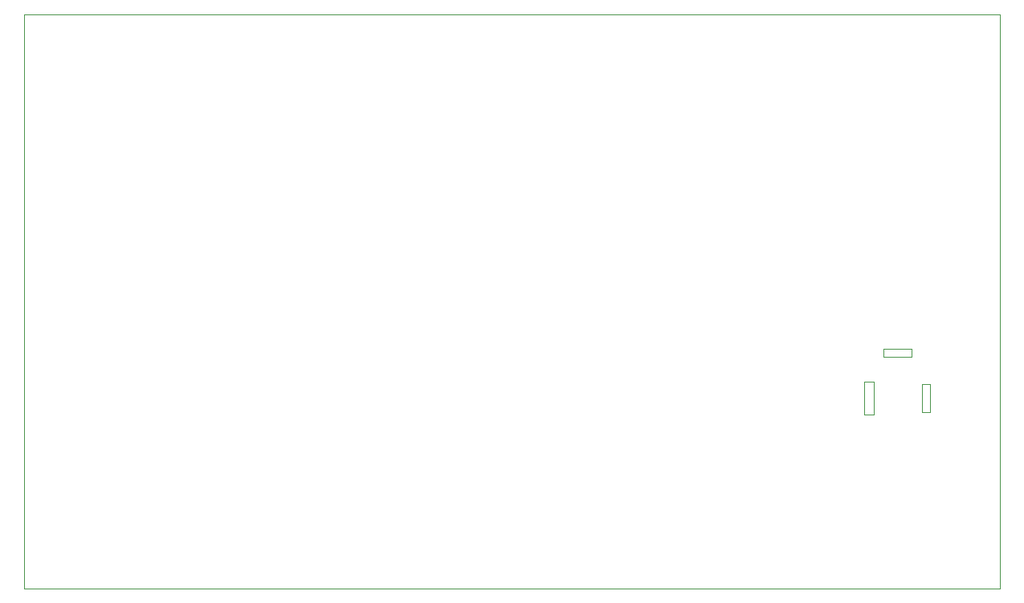
<source format=gko>
G75*
%MOIN*%
%OFA0B0*%
%FSLAX24Y24*%
%IPPOS*%
%LPD*%
%AMOC8*
5,1,8,0,0,1.08239X$1,22.5*
%
%ADD10C,0.0000*%
D10*
X000443Y000133D02*
X000443Y024003D01*
X040935Y024003D01*
X040935Y000133D01*
X000443Y000133D01*
X035309Y007357D02*
X035309Y008735D01*
X035702Y008735D01*
X035702Y007357D01*
X035309Y007357D01*
X037710Y007456D02*
X037710Y008637D01*
X038025Y008637D01*
X038025Y007456D01*
X037710Y007456D01*
X037277Y009779D02*
X036096Y009779D01*
X036096Y010094D01*
X037277Y010094D01*
X037277Y009779D01*
M02*

</source>
